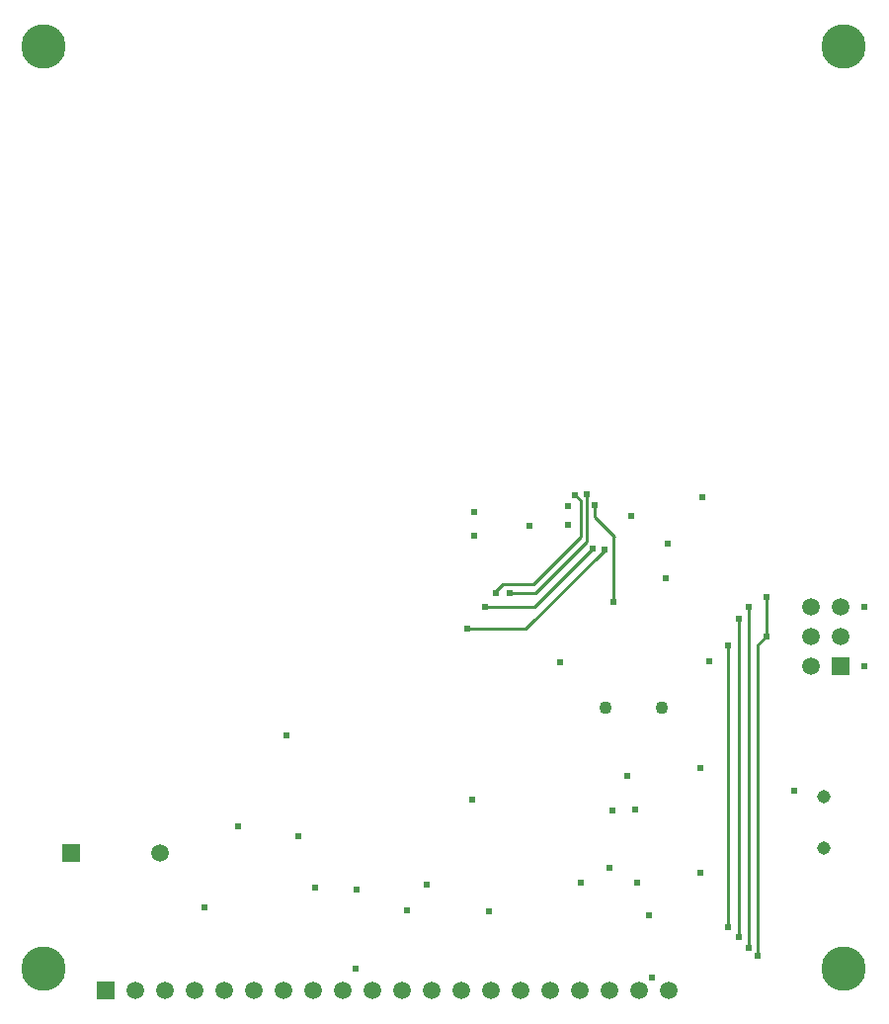
<source format=gbl>
%FSLAX25Y25*%
%MOIN*%
G70*
G01*
G75*
G04 Layer_Physical_Order=4*
G04 Layer_Color=16711680*
%ADD10R,0.04134X0.05118*%
%ADD11R,0.05118X0.04134*%
%ADD12R,0.10000X0.10000*%
%ADD13R,0.09055X0.01969*%
%ADD14R,0.09843X0.07874*%
%ADD15O,0.02362X0.07677*%
%ADD16O,0.07677X0.02362*%
%ADD17R,0.01400X0.06000*%
%ADD18C,0.03937*%
%ADD19C,0.01500*%
%ADD20C,0.03000*%
%ADD21C,0.01000*%
%ADD22R,0.05906X0.05906*%
%ADD23C,0.05906*%
%ADD24R,0.05906X0.05906*%
%ADD25C,0.05906*%
%ADD26C,0.04331*%
%ADD27R,0.05906X0.05906*%
%ADD28C,0.04500*%
%ADD29C,0.15000*%
%ADD30C,0.02400*%
D21*
X359044Y226935D02*
Y240325D01*
X272323Y241559D02*
X281018D01*
X267768Y241368D02*
Y242263D01*
X270113Y244608D01*
X280463D01*
X301096Y267044D02*
Y271266D01*
X281018Y241559D02*
X298298Y258839D01*
Y274976D01*
X280463Y244608D02*
X296248Y260393D01*
Y272844D01*
X294518Y274574D02*
X296248Y272844D01*
X264035Y236799D02*
X280592D01*
X300425Y256632D01*
X257985Y229345D02*
X277797D01*
X304322Y255871D01*
Y256100D01*
X304552Y256329D01*
X301096Y267044D02*
X307556Y260584D01*
X307197Y260224D02*
X307556Y260584D01*
X307197Y238614D02*
Y260224D01*
X353023Y121780D02*
Y236935D01*
X349764Y125375D02*
Y232723D01*
X346143Y128971D02*
Y223757D01*
X356160Y224051D02*
X358387Y226277D01*
X356160Y119080D02*
Y224051D01*
D22*
X383869Y216935D02*
D03*
D23*
X373869D02*
D03*
X383869Y226935D02*
D03*
X373869D02*
D03*
X383869Y236935D02*
D03*
X373869D02*
D03*
X146075Y107355D02*
D03*
X156075D02*
D03*
X166075D02*
D03*
X176075D02*
D03*
X186075D02*
D03*
X196075D02*
D03*
X206075D02*
D03*
X216075D02*
D03*
X226075D02*
D03*
X236075D02*
D03*
X246075D02*
D03*
X256075D02*
D03*
X266075D02*
D03*
X276075D02*
D03*
X286075D02*
D03*
X296075D02*
D03*
X306075D02*
D03*
X316075D02*
D03*
X326075D02*
D03*
D24*
X124220Y153930D02*
D03*
D25*
X154220D02*
D03*
D26*
X323839Y202848D02*
D03*
X304627D02*
D03*
D27*
X136075Y107355D02*
D03*
D28*
X378382Y155621D02*
D03*
Y172944D02*
D03*
D29*
X385000Y425994D02*
D03*
X115000D02*
D03*
Y115000D02*
D03*
X385000D02*
D03*
D30*
X368398Y174724D02*
D03*
X265421Y134314D02*
D03*
X244192Y143030D02*
D03*
X237604Y134510D02*
D03*
X319493Y132899D02*
D03*
X306134Y148869D02*
D03*
X296363Y143905D02*
D03*
X315380D02*
D03*
X312057Y179837D02*
D03*
X314557Y168376D02*
D03*
X307057Y168267D02*
D03*
X339654Y218428D02*
D03*
X289212Y218196D02*
D03*
X392065Y236935D02*
D03*
X391921Y216935D02*
D03*
X359044Y226935D02*
D03*
Y240325D02*
D03*
X325183Y246554D02*
D03*
X337377Y273856D02*
D03*
X260275Y268810D02*
D03*
X260306Y260882D02*
D03*
X279086Y264247D02*
D03*
X292083Y264376D02*
D03*
X292039Y270676D02*
D03*
X313250Y267526D02*
D03*
X325535Y258077D02*
D03*
X272323Y241559D02*
D03*
X267768Y241368D02*
D03*
X298298Y274976D02*
D03*
X294518Y274574D02*
D03*
X301096Y271266D02*
D03*
X257985Y229345D02*
D03*
X264035Y236799D02*
D03*
X300425Y256632D02*
D03*
X304322Y256100D02*
D03*
X259616Y171811D02*
D03*
X336704Y182595D02*
D03*
X336701Y147195D02*
D03*
X320431Y111882D02*
D03*
X307197Y238614D02*
D03*
X346143Y128971D02*
D03*
X349764Y125375D02*
D03*
X353023Y121780D02*
D03*
Y236935D02*
D03*
X349764Y232723D02*
D03*
X346143Y223757D02*
D03*
X356160Y119080D02*
D03*
X220223Y114865D02*
D03*
X220691Y141594D02*
D03*
X206685Y142110D02*
D03*
X196964Y193440D02*
D03*
X201109Y159447D02*
D03*
X180622Y162925D02*
D03*
X169492Y135594D02*
D03*
M02*

</source>
